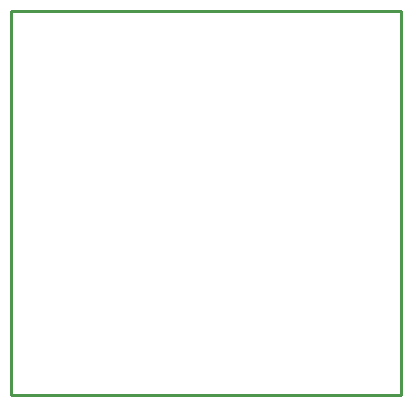
<source format=gbr>
G04 EAGLE Gerber RS-274X export*
G75*
%MOMM*%
%FSLAX34Y34*%
%LPD*%
%IN*%
%IPPOS*%
%AMOC8*
5,1,8,0,0,1.08239X$1,22.5*%
G01*
%ADD10C,0.254000*%


D10*
X0Y0D02*
X330200Y0D01*
X330200Y325120D01*
X0Y325120D01*
X0Y0D01*
M02*

</source>
